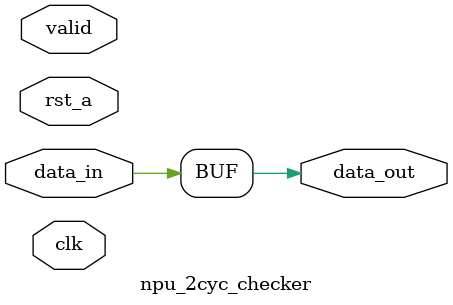
<source format=sv>
/*
 * Copyright (C) 2021-2023 Synopsys, Inc. All rights reserved.
 *
 * SYNOPSYS CONFIDENTIAL - This is an unpublished, confidential, and
 * proprietary work of Synopsys, Inc., and may be subject to patent,
 * copyright, trade secret, and other legal or contractual protection.
 * This work may be used only pursuant to the terms and conditions of a
 * written license agreement with Synopsys, Inc. All other use, reproduction,
 * distribution, or disclosure of this work is strictly prohibited.
 *
 * The entire notice above must be reproduced on all authorized copies.
 */

//
// Multi-cycle path checker
//

module npu_2cyc_checker 
  #( 
     parameter int WIDTH = 1,
     parameter bit DISABLE_OPTION = 1'b0
   ) 
  (
// spyglass disable_block W240
//SMD:No unread signal
//SJ :clk rst_a and valid will be used in check config
   input  logic              clk,           // clock for checking
   input  logic              rst_a,         // reset for checking
   input  logic              valid,         // input data is valid
// spyglass enable_block W240
   input  logic [WIDTH-1:0]  data_in,       // input data
   output logic [WIDTH-1:0]  data_out       // output data
   );
  
`ifdef SYNTHESIS
  assign   data_out = data_in;
`else  
 `ifdef NO_2CYC_CHECKER
  assign   data_out = data_in;
 `else
// leda off
// LMD: turn Leda checking off
// LJ: this module contains special checker code that should be excepted from Synthesis and Leda checks

  
  // This signal is used to control the 2 cycle checker output by TB to prevent 'x' propagation 
  // to external signals. When this signal is 1, the checker output is same as the input.
  // default chekcer output 'x'
  logic checker_out_ctrl;
  assign checker_out_ctrl = DISABLE_OPTION;
  // Check 2-cycle timing paths: 
  // In the first cycle data_out is forced to X until the next clock cycle.
  // Only in the 2nd cycle data_out gets the value of data_in.
  assign data_out = (~checker_out_ctrl) & (~$stable(data_in,@(posedge clk))) & (rst_a == 1'b0) ? 'x : data_in;

  stable_check: assert property (@(posedge clk) disable iff (rst_a !== 1'b0) valid & ~$stable(data_in) |=> $stable(data_in))
    else      $error("[ERROR - %m]: Violation found \n");
 // leda on
 `endif
`endif

endmodule : npu_2cyc_checker

</source>
